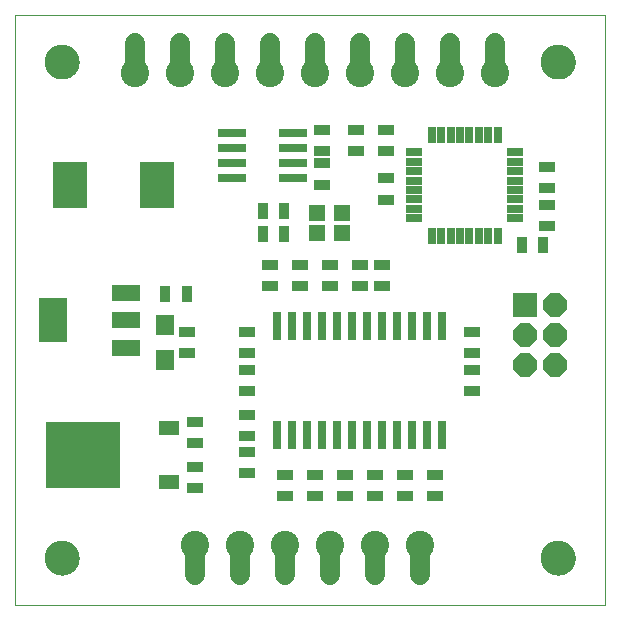
<source format=gts>
G75*
%MOIN*%
%OFA0B0*%
%FSLAX25Y25*%
%IPPOS*%
%LPD*%
%AMOC8*
5,1,8,0,0,1.08239X$1,22.5*
%
%ADD10C,0.00000*%
%ADD11C,0.11624*%
%ADD12R,0.05324X0.03750*%
%ADD13R,0.05600X0.02800*%
%ADD14R,0.02800X0.05600*%
%ADD15R,0.09400X0.05400*%
%ADD16R,0.09261X0.14773*%
%ADD17R,0.25009X0.21860*%
%ADD18R,0.06899X0.04537*%
%ADD19R,0.03750X0.05324*%
%ADD20R,0.06112X0.06899*%
%ADD21R,0.11624X0.15561*%
%ADD22C,0.06537*%
%ADD23C,0.09458*%
%ADD24C,0.06600*%
%ADD25R,0.08000X0.08000*%
%ADD26OC8,0.08000*%
%ADD27R,0.02962X0.09261*%
%ADD28R,0.09261X0.02962*%
%ADD29R,0.05718X0.05718*%
D10*
X0011800Y0016800D02*
X0011800Y0213650D01*
X0208650Y0213650D01*
X0208650Y0016800D01*
X0011800Y0016800D01*
X0022036Y0032548D02*
X0022038Y0032696D01*
X0022044Y0032844D01*
X0022054Y0032992D01*
X0022068Y0033139D01*
X0022086Y0033286D01*
X0022107Y0033432D01*
X0022133Y0033578D01*
X0022163Y0033723D01*
X0022196Y0033867D01*
X0022234Y0034010D01*
X0022275Y0034152D01*
X0022320Y0034293D01*
X0022368Y0034433D01*
X0022421Y0034572D01*
X0022477Y0034709D01*
X0022537Y0034844D01*
X0022600Y0034978D01*
X0022667Y0035110D01*
X0022738Y0035240D01*
X0022812Y0035368D01*
X0022889Y0035494D01*
X0022970Y0035618D01*
X0023054Y0035740D01*
X0023141Y0035859D01*
X0023232Y0035976D01*
X0023326Y0036091D01*
X0023422Y0036203D01*
X0023522Y0036313D01*
X0023624Y0036419D01*
X0023730Y0036523D01*
X0023838Y0036624D01*
X0023949Y0036722D01*
X0024062Y0036818D01*
X0024178Y0036910D01*
X0024296Y0036999D01*
X0024417Y0037084D01*
X0024540Y0037167D01*
X0024665Y0037246D01*
X0024792Y0037322D01*
X0024921Y0037394D01*
X0025052Y0037463D01*
X0025185Y0037528D01*
X0025320Y0037589D01*
X0025456Y0037647D01*
X0025593Y0037702D01*
X0025732Y0037752D01*
X0025873Y0037799D01*
X0026014Y0037842D01*
X0026157Y0037882D01*
X0026301Y0037917D01*
X0026445Y0037949D01*
X0026591Y0037976D01*
X0026737Y0038000D01*
X0026884Y0038020D01*
X0027031Y0038036D01*
X0027178Y0038048D01*
X0027326Y0038056D01*
X0027474Y0038060D01*
X0027622Y0038060D01*
X0027770Y0038056D01*
X0027918Y0038048D01*
X0028065Y0038036D01*
X0028212Y0038020D01*
X0028359Y0038000D01*
X0028505Y0037976D01*
X0028651Y0037949D01*
X0028795Y0037917D01*
X0028939Y0037882D01*
X0029082Y0037842D01*
X0029223Y0037799D01*
X0029364Y0037752D01*
X0029503Y0037702D01*
X0029640Y0037647D01*
X0029776Y0037589D01*
X0029911Y0037528D01*
X0030044Y0037463D01*
X0030175Y0037394D01*
X0030304Y0037322D01*
X0030431Y0037246D01*
X0030556Y0037167D01*
X0030679Y0037084D01*
X0030800Y0036999D01*
X0030918Y0036910D01*
X0031034Y0036818D01*
X0031147Y0036722D01*
X0031258Y0036624D01*
X0031366Y0036523D01*
X0031472Y0036419D01*
X0031574Y0036313D01*
X0031674Y0036203D01*
X0031770Y0036091D01*
X0031864Y0035976D01*
X0031955Y0035859D01*
X0032042Y0035740D01*
X0032126Y0035618D01*
X0032207Y0035494D01*
X0032284Y0035368D01*
X0032358Y0035240D01*
X0032429Y0035110D01*
X0032496Y0034978D01*
X0032559Y0034844D01*
X0032619Y0034709D01*
X0032675Y0034572D01*
X0032728Y0034433D01*
X0032776Y0034293D01*
X0032821Y0034152D01*
X0032862Y0034010D01*
X0032900Y0033867D01*
X0032933Y0033723D01*
X0032963Y0033578D01*
X0032989Y0033432D01*
X0033010Y0033286D01*
X0033028Y0033139D01*
X0033042Y0032992D01*
X0033052Y0032844D01*
X0033058Y0032696D01*
X0033060Y0032548D01*
X0033058Y0032400D01*
X0033052Y0032252D01*
X0033042Y0032104D01*
X0033028Y0031957D01*
X0033010Y0031810D01*
X0032989Y0031664D01*
X0032963Y0031518D01*
X0032933Y0031373D01*
X0032900Y0031229D01*
X0032862Y0031086D01*
X0032821Y0030944D01*
X0032776Y0030803D01*
X0032728Y0030663D01*
X0032675Y0030524D01*
X0032619Y0030387D01*
X0032559Y0030252D01*
X0032496Y0030118D01*
X0032429Y0029986D01*
X0032358Y0029856D01*
X0032284Y0029728D01*
X0032207Y0029602D01*
X0032126Y0029478D01*
X0032042Y0029356D01*
X0031955Y0029237D01*
X0031864Y0029120D01*
X0031770Y0029005D01*
X0031674Y0028893D01*
X0031574Y0028783D01*
X0031472Y0028677D01*
X0031366Y0028573D01*
X0031258Y0028472D01*
X0031147Y0028374D01*
X0031034Y0028278D01*
X0030918Y0028186D01*
X0030800Y0028097D01*
X0030679Y0028012D01*
X0030556Y0027929D01*
X0030431Y0027850D01*
X0030304Y0027774D01*
X0030175Y0027702D01*
X0030044Y0027633D01*
X0029911Y0027568D01*
X0029776Y0027507D01*
X0029640Y0027449D01*
X0029503Y0027394D01*
X0029364Y0027344D01*
X0029223Y0027297D01*
X0029082Y0027254D01*
X0028939Y0027214D01*
X0028795Y0027179D01*
X0028651Y0027147D01*
X0028505Y0027120D01*
X0028359Y0027096D01*
X0028212Y0027076D01*
X0028065Y0027060D01*
X0027918Y0027048D01*
X0027770Y0027040D01*
X0027622Y0027036D01*
X0027474Y0027036D01*
X0027326Y0027040D01*
X0027178Y0027048D01*
X0027031Y0027060D01*
X0026884Y0027076D01*
X0026737Y0027096D01*
X0026591Y0027120D01*
X0026445Y0027147D01*
X0026301Y0027179D01*
X0026157Y0027214D01*
X0026014Y0027254D01*
X0025873Y0027297D01*
X0025732Y0027344D01*
X0025593Y0027394D01*
X0025456Y0027449D01*
X0025320Y0027507D01*
X0025185Y0027568D01*
X0025052Y0027633D01*
X0024921Y0027702D01*
X0024792Y0027774D01*
X0024665Y0027850D01*
X0024540Y0027929D01*
X0024417Y0028012D01*
X0024296Y0028097D01*
X0024178Y0028186D01*
X0024062Y0028278D01*
X0023949Y0028374D01*
X0023838Y0028472D01*
X0023730Y0028573D01*
X0023624Y0028677D01*
X0023522Y0028783D01*
X0023422Y0028893D01*
X0023326Y0029005D01*
X0023232Y0029120D01*
X0023141Y0029237D01*
X0023054Y0029356D01*
X0022970Y0029478D01*
X0022889Y0029602D01*
X0022812Y0029728D01*
X0022738Y0029856D01*
X0022667Y0029986D01*
X0022600Y0030118D01*
X0022537Y0030252D01*
X0022477Y0030387D01*
X0022421Y0030524D01*
X0022368Y0030663D01*
X0022320Y0030803D01*
X0022275Y0030944D01*
X0022234Y0031086D01*
X0022196Y0031229D01*
X0022163Y0031373D01*
X0022133Y0031518D01*
X0022107Y0031664D01*
X0022086Y0031810D01*
X0022068Y0031957D01*
X0022054Y0032104D01*
X0022044Y0032252D01*
X0022038Y0032400D01*
X0022036Y0032548D01*
X0022036Y0197902D02*
X0022038Y0198050D01*
X0022044Y0198198D01*
X0022054Y0198346D01*
X0022068Y0198493D01*
X0022086Y0198640D01*
X0022107Y0198786D01*
X0022133Y0198932D01*
X0022163Y0199077D01*
X0022196Y0199221D01*
X0022234Y0199364D01*
X0022275Y0199506D01*
X0022320Y0199647D01*
X0022368Y0199787D01*
X0022421Y0199926D01*
X0022477Y0200063D01*
X0022537Y0200198D01*
X0022600Y0200332D01*
X0022667Y0200464D01*
X0022738Y0200594D01*
X0022812Y0200722D01*
X0022889Y0200848D01*
X0022970Y0200972D01*
X0023054Y0201094D01*
X0023141Y0201213D01*
X0023232Y0201330D01*
X0023326Y0201445D01*
X0023422Y0201557D01*
X0023522Y0201667D01*
X0023624Y0201773D01*
X0023730Y0201877D01*
X0023838Y0201978D01*
X0023949Y0202076D01*
X0024062Y0202172D01*
X0024178Y0202264D01*
X0024296Y0202353D01*
X0024417Y0202438D01*
X0024540Y0202521D01*
X0024665Y0202600D01*
X0024792Y0202676D01*
X0024921Y0202748D01*
X0025052Y0202817D01*
X0025185Y0202882D01*
X0025320Y0202943D01*
X0025456Y0203001D01*
X0025593Y0203056D01*
X0025732Y0203106D01*
X0025873Y0203153D01*
X0026014Y0203196D01*
X0026157Y0203236D01*
X0026301Y0203271D01*
X0026445Y0203303D01*
X0026591Y0203330D01*
X0026737Y0203354D01*
X0026884Y0203374D01*
X0027031Y0203390D01*
X0027178Y0203402D01*
X0027326Y0203410D01*
X0027474Y0203414D01*
X0027622Y0203414D01*
X0027770Y0203410D01*
X0027918Y0203402D01*
X0028065Y0203390D01*
X0028212Y0203374D01*
X0028359Y0203354D01*
X0028505Y0203330D01*
X0028651Y0203303D01*
X0028795Y0203271D01*
X0028939Y0203236D01*
X0029082Y0203196D01*
X0029223Y0203153D01*
X0029364Y0203106D01*
X0029503Y0203056D01*
X0029640Y0203001D01*
X0029776Y0202943D01*
X0029911Y0202882D01*
X0030044Y0202817D01*
X0030175Y0202748D01*
X0030304Y0202676D01*
X0030431Y0202600D01*
X0030556Y0202521D01*
X0030679Y0202438D01*
X0030800Y0202353D01*
X0030918Y0202264D01*
X0031034Y0202172D01*
X0031147Y0202076D01*
X0031258Y0201978D01*
X0031366Y0201877D01*
X0031472Y0201773D01*
X0031574Y0201667D01*
X0031674Y0201557D01*
X0031770Y0201445D01*
X0031864Y0201330D01*
X0031955Y0201213D01*
X0032042Y0201094D01*
X0032126Y0200972D01*
X0032207Y0200848D01*
X0032284Y0200722D01*
X0032358Y0200594D01*
X0032429Y0200464D01*
X0032496Y0200332D01*
X0032559Y0200198D01*
X0032619Y0200063D01*
X0032675Y0199926D01*
X0032728Y0199787D01*
X0032776Y0199647D01*
X0032821Y0199506D01*
X0032862Y0199364D01*
X0032900Y0199221D01*
X0032933Y0199077D01*
X0032963Y0198932D01*
X0032989Y0198786D01*
X0033010Y0198640D01*
X0033028Y0198493D01*
X0033042Y0198346D01*
X0033052Y0198198D01*
X0033058Y0198050D01*
X0033060Y0197902D01*
X0033058Y0197754D01*
X0033052Y0197606D01*
X0033042Y0197458D01*
X0033028Y0197311D01*
X0033010Y0197164D01*
X0032989Y0197018D01*
X0032963Y0196872D01*
X0032933Y0196727D01*
X0032900Y0196583D01*
X0032862Y0196440D01*
X0032821Y0196298D01*
X0032776Y0196157D01*
X0032728Y0196017D01*
X0032675Y0195878D01*
X0032619Y0195741D01*
X0032559Y0195606D01*
X0032496Y0195472D01*
X0032429Y0195340D01*
X0032358Y0195210D01*
X0032284Y0195082D01*
X0032207Y0194956D01*
X0032126Y0194832D01*
X0032042Y0194710D01*
X0031955Y0194591D01*
X0031864Y0194474D01*
X0031770Y0194359D01*
X0031674Y0194247D01*
X0031574Y0194137D01*
X0031472Y0194031D01*
X0031366Y0193927D01*
X0031258Y0193826D01*
X0031147Y0193728D01*
X0031034Y0193632D01*
X0030918Y0193540D01*
X0030800Y0193451D01*
X0030679Y0193366D01*
X0030556Y0193283D01*
X0030431Y0193204D01*
X0030304Y0193128D01*
X0030175Y0193056D01*
X0030044Y0192987D01*
X0029911Y0192922D01*
X0029776Y0192861D01*
X0029640Y0192803D01*
X0029503Y0192748D01*
X0029364Y0192698D01*
X0029223Y0192651D01*
X0029082Y0192608D01*
X0028939Y0192568D01*
X0028795Y0192533D01*
X0028651Y0192501D01*
X0028505Y0192474D01*
X0028359Y0192450D01*
X0028212Y0192430D01*
X0028065Y0192414D01*
X0027918Y0192402D01*
X0027770Y0192394D01*
X0027622Y0192390D01*
X0027474Y0192390D01*
X0027326Y0192394D01*
X0027178Y0192402D01*
X0027031Y0192414D01*
X0026884Y0192430D01*
X0026737Y0192450D01*
X0026591Y0192474D01*
X0026445Y0192501D01*
X0026301Y0192533D01*
X0026157Y0192568D01*
X0026014Y0192608D01*
X0025873Y0192651D01*
X0025732Y0192698D01*
X0025593Y0192748D01*
X0025456Y0192803D01*
X0025320Y0192861D01*
X0025185Y0192922D01*
X0025052Y0192987D01*
X0024921Y0193056D01*
X0024792Y0193128D01*
X0024665Y0193204D01*
X0024540Y0193283D01*
X0024417Y0193366D01*
X0024296Y0193451D01*
X0024178Y0193540D01*
X0024062Y0193632D01*
X0023949Y0193728D01*
X0023838Y0193826D01*
X0023730Y0193927D01*
X0023624Y0194031D01*
X0023522Y0194137D01*
X0023422Y0194247D01*
X0023326Y0194359D01*
X0023232Y0194474D01*
X0023141Y0194591D01*
X0023054Y0194710D01*
X0022970Y0194832D01*
X0022889Y0194956D01*
X0022812Y0195082D01*
X0022738Y0195210D01*
X0022667Y0195340D01*
X0022600Y0195472D01*
X0022537Y0195606D01*
X0022477Y0195741D01*
X0022421Y0195878D01*
X0022368Y0196017D01*
X0022320Y0196157D01*
X0022275Y0196298D01*
X0022234Y0196440D01*
X0022196Y0196583D01*
X0022163Y0196727D01*
X0022133Y0196872D01*
X0022107Y0197018D01*
X0022086Y0197164D01*
X0022068Y0197311D01*
X0022054Y0197458D01*
X0022044Y0197606D01*
X0022038Y0197754D01*
X0022036Y0197902D01*
X0187390Y0197902D02*
X0187392Y0198050D01*
X0187398Y0198198D01*
X0187408Y0198346D01*
X0187422Y0198493D01*
X0187440Y0198640D01*
X0187461Y0198786D01*
X0187487Y0198932D01*
X0187517Y0199077D01*
X0187550Y0199221D01*
X0187588Y0199364D01*
X0187629Y0199506D01*
X0187674Y0199647D01*
X0187722Y0199787D01*
X0187775Y0199926D01*
X0187831Y0200063D01*
X0187891Y0200198D01*
X0187954Y0200332D01*
X0188021Y0200464D01*
X0188092Y0200594D01*
X0188166Y0200722D01*
X0188243Y0200848D01*
X0188324Y0200972D01*
X0188408Y0201094D01*
X0188495Y0201213D01*
X0188586Y0201330D01*
X0188680Y0201445D01*
X0188776Y0201557D01*
X0188876Y0201667D01*
X0188978Y0201773D01*
X0189084Y0201877D01*
X0189192Y0201978D01*
X0189303Y0202076D01*
X0189416Y0202172D01*
X0189532Y0202264D01*
X0189650Y0202353D01*
X0189771Y0202438D01*
X0189894Y0202521D01*
X0190019Y0202600D01*
X0190146Y0202676D01*
X0190275Y0202748D01*
X0190406Y0202817D01*
X0190539Y0202882D01*
X0190674Y0202943D01*
X0190810Y0203001D01*
X0190947Y0203056D01*
X0191086Y0203106D01*
X0191227Y0203153D01*
X0191368Y0203196D01*
X0191511Y0203236D01*
X0191655Y0203271D01*
X0191799Y0203303D01*
X0191945Y0203330D01*
X0192091Y0203354D01*
X0192238Y0203374D01*
X0192385Y0203390D01*
X0192532Y0203402D01*
X0192680Y0203410D01*
X0192828Y0203414D01*
X0192976Y0203414D01*
X0193124Y0203410D01*
X0193272Y0203402D01*
X0193419Y0203390D01*
X0193566Y0203374D01*
X0193713Y0203354D01*
X0193859Y0203330D01*
X0194005Y0203303D01*
X0194149Y0203271D01*
X0194293Y0203236D01*
X0194436Y0203196D01*
X0194577Y0203153D01*
X0194718Y0203106D01*
X0194857Y0203056D01*
X0194994Y0203001D01*
X0195130Y0202943D01*
X0195265Y0202882D01*
X0195398Y0202817D01*
X0195529Y0202748D01*
X0195658Y0202676D01*
X0195785Y0202600D01*
X0195910Y0202521D01*
X0196033Y0202438D01*
X0196154Y0202353D01*
X0196272Y0202264D01*
X0196388Y0202172D01*
X0196501Y0202076D01*
X0196612Y0201978D01*
X0196720Y0201877D01*
X0196826Y0201773D01*
X0196928Y0201667D01*
X0197028Y0201557D01*
X0197124Y0201445D01*
X0197218Y0201330D01*
X0197309Y0201213D01*
X0197396Y0201094D01*
X0197480Y0200972D01*
X0197561Y0200848D01*
X0197638Y0200722D01*
X0197712Y0200594D01*
X0197783Y0200464D01*
X0197850Y0200332D01*
X0197913Y0200198D01*
X0197973Y0200063D01*
X0198029Y0199926D01*
X0198082Y0199787D01*
X0198130Y0199647D01*
X0198175Y0199506D01*
X0198216Y0199364D01*
X0198254Y0199221D01*
X0198287Y0199077D01*
X0198317Y0198932D01*
X0198343Y0198786D01*
X0198364Y0198640D01*
X0198382Y0198493D01*
X0198396Y0198346D01*
X0198406Y0198198D01*
X0198412Y0198050D01*
X0198414Y0197902D01*
X0198412Y0197754D01*
X0198406Y0197606D01*
X0198396Y0197458D01*
X0198382Y0197311D01*
X0198364Y0197164D01*
X0198343Y0197018D01*
X0198317Y0196872D01*
X0198287Y0196727D01*
X0198254Y0196583D01*
X0198216Y0196440D01*
X0198175Y0196298D01*
X0198130Y0196157D01*
X0198082Y0196017D01*
X0198029Y0195878D01*
X0197973Y0195741D01*
X0197913Y0195606D01*
X0197850Y0195472D01*
X0197783Y0195340D01*
X0197712Y0195210D01*
X0197638Y0195082D01*
X0197561Y0194956D01*
X0197480Y0194832D01*
X0197396Y0194710D01*
X0197309Y0194591D01*
X0197218Y0194474D01*
X0197124Y0194359D01*
X0197028Y0194247D01*
X0196928Y0194137D01*
X0196826Y0194031D01*
X0196720Y0193927D01*
X0196612Y0193826D01*
X0196501Y0193728D01*
X0196388Y0193632D01*
X0196272Y0193540D01*
X0196154Y0193451D01*
X0196033Y0193366D01*
X0195910Y0193283D01*
X0195785Y0193204D01*
X0195658Y0193128D01*
X0195529Y0193056D01*
X0195398Y0192987D01*
X0195265Y0192922D01*
X0195130Y0192861D01*
X0194994Y0192803D01*
X0194857Y0192748D01*
X0194718Y0192698D01*
X0194577Y0192651D01*
X0194436Y0192608D01*
X0194293Y0192568D01*
X0194149Y0192533D01*
X0194005Y0192501D01*
X0193859Y0192474D01*
X0193713Y0192450D01*
X0193566Y0192430D01*
X0193419Y0192414D01*
X0193272Y0192402D01*
X0193124Y0192394D01*
X0192976Y0192390D01*
X0192828Y0192390D01*
X0192680Y0192394D01*
X0192532Y0192402D01*
X0192385Y0192414D01*
X0192238Y0192430D01*
X0192091Y0192450D01*
X0191945Y0192474D01*
X0191799Y0192501D01*
X0191655Y0192533D01*
X0191511Y0192568D01*
X0191368Y0192608D01*
X0191227Y0192651D01*
X0191086Y0192698D01*
X0190947Y0192748D01*
X0190810Y0192803D01*
X0190674Y0192861D01*
X0190539Y0192922D01*
X0190406Y0192987D01*
X0190275Y0193056D01*
X0190146Y0193128D01*
X0190019Y0193204D01*
X0189894Y0193283D01*
X0189771Y0193366D01*
X0189650Y0193451D01*
X0189532Y0193540D01*
X0189416Y0193632D01*
X0189303Y0193728D01*
X0189192Y0193826D01*
X0189084Y0193927D01*
X0188978Y0194031D01*
X0188876Y0194137D01*
X0188776Y0194247D01*
X0188680Y0194359D01*
X0188586Y0194474D01*
X0188495Y0194591D01*
X0188408Y0194710D01*
X0188324Y0194832D01*
X0188243Y0194956D01*
X0188166Y0195082D01*
X0188092Y0195210D01*
X0188021Y0195340D01*
X0187954Y0195472D01*
X0187891Y0195606D01*
X0187831Y0195741D01*
X0187775Y0195878D01*
X0187722Y0196017D01*
X0187674Y0196157D01*
X0187629Y0196298D01*
X0187588Y0196440D01*
X0187550Y0196583D01*
X0187517Y0196727D01*
X0187487Y0196872D01*
X0187461Y0197018D01*
X0187440Y0197164D01*
X0187422Y0197311D01*
X0187408Y0197458D01*
X0187398Y0197606D01*
X0187392Y0197754D01*
X0187390Y0197902D01*
X0187390Y0032548D02*
X0187392Y0032696D01*
X0187398Y0032844D01*
X0187408Y0032992D01*
X0187422Y0033139D01*
X0187440Y0033286D01*
X0187461Y0033432D01*
X0187487Y0033578D01*
X0187517Y0033723D01*
X0187550Y0033867D01*
X0187588Y0034010D01*
X0187629Y0034152D01*
X0187674Y0034293D01*
X0187722Y0034433D01*
X0187775Y0034572D01*
X0187831Y0034709D01*
X0187891Y0034844D01*
X0187954Y0034978D01*
X0188021Y0035110D01*
X0188092Y0035240D01*
X0188166Y0035368D01*
X0188243Y0035494D01*
X0188324Y0035618D01*
X0188408Y0035740D01*
X0188495Y0035859D01*
X0188586Y0035976D01*
X0188680Y0036091D01*
X0188776Y0036203D01*
X0188876Y0036313D01*
X0188978Y0036419D01*
X0189084Y0036523D01*
X0189192Y0036624D01*
X0189303Y0036722D01*
X0189416Y0036818D01*
X0189532Y0036910D01*
X0189650Y0036999D01*
X0189771Y0037084D01*
X0189894Y0037167D01*
X0190019Y0037246D01*
X0190146Y0037322D01*
X0190275Y0037394D01*
X0190406Y0037463D01*
X0190539Y0037528D01*
X0190674Y0037589D01*
X0190810Y0037647D01*
X0190947Y0037702D01*
X0191086Y0037752D01*
X0191227Y0037799D01*
X0191368Y0037842D01*
X0191511Y0037882D01*
X0191655Y0037917D01*
X0191799Y0037949D01*
X0191945Y0037976D01*
X0192091Y0038000D01*
X0192238Y0038020D01*
X0192385Y0038036D01*
X0192532Y0038048D01*
X0192680Y0038056D01*
X0192828Y0038060D01*
X0192976Y0038060D01*
X0193124Y0038056D01*
X0193272Y0038048D01*
X0193419Y0038036D01*
X0193566Y0038020D01*
X0193713Y0038000D01*
X0193859Y0037976D01*
X0194005Y0037949D01*
X0194149Y0037917D01*
X0194293Y0037882D01*
X0194436Y0037842D01*
X0194577Y0037799D01*
X0194718Y0037752D01*
X0194857Y0037702D01*
X0194994Y0037647D01*
X0195130Y0037589D01*
X0195265Y0037528D01*
X0195398Y0037463D01*
X0195529Y0037394D01*
X0195658Y0037322D01*
X0195785Y0037246D01*
X0195910Y0037167D01*
X0196033Y0037084D01*
X0196154Y0036999D01*
X0196272Y0036910D01*
X0196388Y0036818D01*
X0196501Y0036722D01*
X0196612Y0036624D01*
X0196720Y0036523D01*
X0196826Y0036419D01*
X0196928Y0036313D01*
X0197028Y0036203D01*
X0197124Y0036091D01*
X0197218Y0035976D01*
X0197309Y0035859D01*
X0197396Y0035740D01*
X0197480Y0035618D01*
X0197561Y0035494D01*
X0197638Y0035368D01*
X0197712Y0035240D01*
X0197783Y0035110D01*
X0197850Y0034978D01*
X0197913Y0034844D01*
X0197973Y0034709D01*
X0198029Y0034572D01*
X0198082Y0034433D01*
X0198130Y0034293D01*
X0198175Y0034152D01*
X0198216Y0034010D01*
X0198254Y0033867D01*
X0198287Y0033723D01*
X0198317Y0033578D01*
X0198343Y0033432D01*
X0198364Y0033286D01*
X0198382Y0033139D01*
X0198396Y0032992D01*
X0198406Y0032844D01*
X0198412Y0032696D01*
X0198414Y0032548D01*
X0198412Y0032400D01*
X0198406Y0032252D01*
X0198396Y0032104D01*
X0198382Y0031957D01*
X0198364Y0031810D01*
X0198343Y0031664D01*
X0198317Y0031518D01*
X0198287Y0031373D01*
X0198254Y0031229D01*
X0198216Y0031086D01*
X0198175Y0030944D01*
X0198130Y0030803D01*
X0198082Y0030663D01*
X0198029Y0030524D01*
X0197973Y0030387D01*
X0197913Y0030252D01*
X0197850Y0030118D01*
X0197783Y0029986D01*
X0197712Y0029856D01*
X0197638Y0029728D01*
X0197561Y0029602D01*
X0197480Y0029478D01*
X0197396Y0029356D01*
X0197309Y0029237D01*
X0197218Y0029120D01*
X0197124Y0029005D01*
X0197028Y0028893D01*
X0196928Y0028783D01*
X0196826Y0028677D01*
X0196720Y0028573D01*
X0196612Y0028472D01*
X0196501Y0028374D01*
X0196388Y0028278D01*
X0196272Y0028186D01*
X0196154Y0028097D01*
X0196033Y0028012D01*
X0195910Y0027929D01*
X0195785Y0027850D01*
X0195658Y0027774D01*
X0195529Y0027702D01*
X0195398Y0027633D01*
X0195265Y0027568D01*
X0195130Y0027507D01*
X0194994Y0027449D01*
X0194857Y0027394D01*
X0194718Y0027344D01*
X0194577Y0027297D01*
X0194436Y0027254D01*
X0194293Y0027214D01*
X0194149Y0027179D01*
X0194005Y0027147D01*
X0193859Y0027120D01*
X0193713Y0027096D01*
X0193566Y0027076D01*
X0193419Y0027060D01*
X0193272Y0027048D01*
X0193124Y0027040D01*
X0192976Y0027036D01*
X0192828Y0027036D01*
X0192680Y0027040D01*
X0192532Y0027048D01*
X0192385Y0027060D01*
X0192238Y0027076D01*
X0192091Y0027096D01*
X0191945Y0027120D01*
X0191799Y0027147D01*
X0191655Y0027179D01*
X0191511Y0027214D01*
X0191368Y0027254D01*
X0191227Y0027297D01*
X0191086Y0027344D01*
X0190947Y0027394D01*
X0190810Y0027449D01*
X0190674Y0027507D01*
X0190539Y0027568D01*
X0190406Y0027633D01*
X0190275Y0027702D01*
X0190146Y0027774D01*
X0190019Y0027850D01*
X0189894Y0027929D01*
X0189771Y0028012D01*
X0189650Y0028097D01*
X0189532Y0028186D01*
X0189416Y0028278D01*
X0189303Y0028374D01*
X0189192Y0028472D01*
X0189084Y0028573D01*
X0188978Y0028677D01*
X0188876Y0028783D01*
X0188776Y0028893D01*
X0188680Y0029005D01*
X0188586Y0029120D01*
X0188495Y0029237D01*
X0188408Y0029356D01*
X0188324Y0029478D01*
X0188243Y0029602D01*
X0188166Y0029728D01*
X0188092Y0029856D01*
X0188021Y0029986D01*
X0187954Y0030118D01*
X0187891Y0030252D01*
X0187831Y0030387D01*
X0187775Y0030524D01*
X0187722Y0030663D01*
X0187674Y0030803D01*
X0187629Y0030944D01*
X0187588Y0031086D01*
X0187550Y0031229D01*
X0187517Y0031373D01*
X0187487Y0031518D01*
X0187461Y0031664D01*
X0187440Y0031810D01*
X0187422Y0031957D01*
X0187408Y0032104D01*
X0187398Y0032252D01*
X0187392Y0032400D01*
X0187390Y0032548D01*
D11*
X0192902Y0032548D03*
X0027548Y0032548D03*
X0027548Y0197902D03*
X0192902Y0197902D03*
D12*
X0189300Y0162843D03*
X0189300Y0155757D03*
X0189300Y0150343D03*
X0189300Y0143257D03*
X0164300Y0107843D03*
X0164300Y0100757D03*
X0164300Y0095343D03*
X0164300Y0088257D03*
X0151800Y0060343D03*
X0151800Y0053257D03*
X0141800Y0053257D03*
X0141800Y0060343D03*
X0131800Y0060343D03*
X0131800Y0053257D03*
X0121800Y0053257D03*
X0121800Y0060343D03*
X0111800Y0060343D03*
X0111800Y0053257D03*
X0101800Y0053257D03*
X0101800Y0060343D03*
X0089300Y0060757D03*
X0089300Y0067843D03*
X0089300Y0073257D03*
X0089300Y0080343D03*
X0089300Y0088257D03*
X0089300Y0095343D03*
X0089300Y0100757D03*
X0089300Y0107843D03*
X0096800Y0123257D03*
X0096800Y0130343D03*
X0106800Y0130343D03*
X0106800Y0123257D03*
X0116800Y0123257D03*
X0116800Y0130343D03*
X0126800Y0130343D03*
X0126800Y0123257D03*
X0134300Y0123257D03*
X0134300Y0130343D03*
X0135550Y0152007D03*
X0135550Y0159093D03*
X0135550Y0168257D03*
X0135550Y0175343D03*
X0125550Y0175343D03*
X0125550Y0168257D03*
X0114300Y0168257D03*
X0114300Y0164093D03*
X0114300Y0157007D03*
X0114300Y0175343D03*
X0069300Y0107843D03*
X0069300Y0100757D03*
X0071800Y0077843D03*
X0071800Y0070757D03*
X0071800Y0062843D03*
X0071800Y0055757D03*
D13*
X0144900Y0145776D03*
X0144900Y0148926D03*
X0144900Y0152076D03*
X0144900Y0155225D03*
X0144900Y0158375D03*
X0144900Y0161524D03*
X0144900Y0164674D03*
X0144900Y0167824D03*
X0178700Y0167824D03*
X0178700Y0164674D03*
X0178700Y0161524D03*
X0178700Y0158375D03*
X0178700Y0155225D03*
X0178700Y0152076D03*
X0178700Y0148926D03*
X0178700Y0145776D03*
D14*
X0172824Y0139900D03*
X0169674Y0139900D03*
X0166524Y0139900D03*
X0163375Y0139900D03*
X0160225Y0139900D03*
X0157076Y0139900D03*
X0153926Y0139900D03*
X0150776Y0139900D03*
X0150776Y0173700D03*
X0153926Y0173700D03*
X0157076Y0173700D03*
X0160225Y0173700D03*
X0163375Y0173700D03*
X0166524Y0173700D03*
X0169674Y0173700D03*
X0172824Y0173700D03*
D15*
X0049000Y0120900D03*
X0049000Y0111800D03*
X0049000Y0102700D03*
D16*
X0024599Y0111800D03*
D17*
X0034457Y0066800D03*
D18*
X0063198Y0057824D03*
X0063198Y0075776D03*
D19*
X0062007Y0120550D03*
X0069093Y0120550D03*
X0094507Y0140550D03*
X0101593Y0140550D03*
X0101593Y0148050D03*
X0094507Y0148050D03*
X0180757Y0136800D03*
X0187843Y0136800D03*
D20*
X0061800Y0110206D03*
X0061800Y0098394D03*
D21*
X0059367Y0156800D03*
X0030233Y0156800D03*
D22*
X0051800Y0204300D03*
X0066800Y0204300D03*
X0081800Y0204300D03*
X0096800Y0204300D03*
X0111800Y0204300D03*
X0126800Y0204300D03*
X0141800Y0204300D03*
X0156800Y0204300D03*
X0171800Y0204300D03*
X0146800Y0026800D03*
X0131800Y0026800D03*
X0116800Y0026800D03*
X0101800Y0026800D03*
X0086800Y0026800D03*
X0071800Y0026800D03*
D23*
X0071800Y0036800D03*
X0086800Y0036800D03*
X0101800Y0036800D03*
X0116800Y0036800D03*
X0131800Y0036800D03*
X0146800Y0036800D03*
X0141800Y0194300D03*
X0126800Y0194300D03*
X0111800Y0194300D03*
X0096800Y0194300D03*
X0081800Y0194300D03*
X0066800Y0194300D03*
X0051800Y0194300D03*
X0156800Y0194300D03*
X0171800Y0194300D03*
D24*
X0171800Y0204300D01*
X0156800Y0204300D02*
X0156800Y0194300D01*
X0141800Y0194300D02*
X0141800Y0204300D01*
X0126800Y0204300D02*
X0126800Y0194300D01*
X0111800Y0194300D02*
X0111800Y0204300D01*
X0096800Y0204300D02*
X0096800Y0194300D01*
X0081800Y0194300D02*
X0081800Y0204300D01*
X0066800Y0204300D02*
X0066800Y0194300D01*
X0051800Y0194300D02*
X0051800Y0204300D01*
X0071800Y0036800D02*
X0071800Y0026800D01*
X0086800Y0026800D02*
X0086800Y0036800D01*
X0101800Y0036800D02*
X0101800Y0026800D01*
X0116800Y0026800D02*
X0116800Y0036800D01*
X0131800Y0036800D02*
X0131800Y0026800D01*
X0146800Y0026800D02*
X0146800Y0036800D01*
D25*
X0181800Y0116800D03*
D26*
X0191800Y0116800D03*
X0191800Y0106800D03*
X0191800Y0096800D03*
X0181800Y0096800D03*
X0181800Y0106800D03*
D27*
X0154300Y0109910D03*
X0149300Y0109910D03*
X0144300Y0109910D03*
X0139300Y0109910D03*
X0134300Y0109910D03*
X0129300Y0109910D03*
X0124300Y0109910D03*
X0119300Y0109910D03*
X0114300Y0109910D03*
X0109300Y0109910D03*
X0104300Y0109910D03*
X0099300Y0109910D03*
X0099300Y0073690D03*
X0104300Y0073690D03*
X0109300Y0073690D03*
X0114300Y0073690D03*
X0119300Y0073690D03*
X0124300Y0073690D03*
X0129300Y0073690D03*
X0134300Y0073690D03*
X0139300Y0073690D03*
X0144300Y0073690D03*
X0149300Y0073690D03*
X0154300Y0073690D03*
D28*
X0104536Y0159300D03*
X0104536Y0164300D03*
X0104536Y0169300D03*
X0104536Y0174300D03*
X0084064Y0174300D03*
X0084064Y0169300D03*
X0084064Y0164300D03*
X0084064Y0159300D03*
D29*
X0112666Y0147646D03*
X0112666Y0140954D03*
X0120934Y0140954D03*
X0120934Y0147646D03*
M02*

</source>
